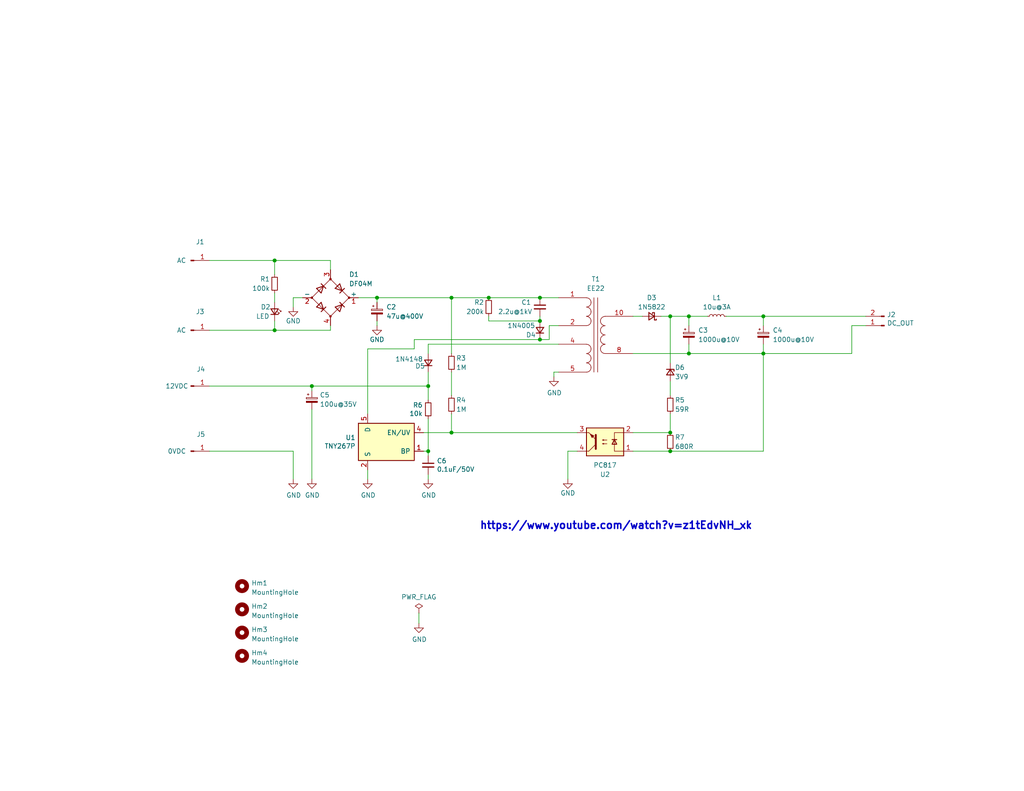
<source format=kicad_sch>
(kicad_sch (version 20211123) (generator eeschema)
  (paper "USLetter")
  (title_block (title "ACDC switching") (date "2020-08-26") (rev "1.0") (company "Cristóbal Cuevas Lagos"))
  (lib_symbols
    (symbol "Connector:Conn_01x01_Male" (pin_names (offset 1.016) hide)
      (property "Reference" "J" (at 0 2.54 0))
      (property "Value" "Conn_01x01_Male" (at 0 -2.54 0))
      (symbol "Conn_01x01_Male_1_1"
        (polyline (pts (xy 1.27 0) (xy 0.8636 0)) (stroke (width 0.1524)))
        (rectangle (start 0.8636 0.127) (end 0 -0.127) (stroke (width 0.1524)) (fill (type outline)))
        (pin passive line (at 5.08 0 180) (length 3.81) (name "Pin_1") (number "1"))
      )
    )
    (symbol "Connector:Conn_01x02_Male" (pin_names (offset 1.016) hide)
      (property "Reference" "J" (at 0 2.54 0))
      (property "Value" "Conn_01x02_Male" (at 0 -5.08 0))
      (symbol "Conn_01x02_Male_1_1"
        (polyline (pts (xy 1.27 -2.54) (xy 0.8636 -2.54)) (stroke (width 0.1524)))
        (polyline (pts (xy 1.27 0) (xy 0.8636 0)) (stroke (width 0.1524)))
        (rectangle (start 0.8636 -2.413) (end 0 -2.667) (stroke (width 0.1524)) (fill (type outline)))
        (rectangle (start 0.8636 0.127) (end 0 -0.127) (stroke (width 0.1524)) (fill (type outline)))
        (pin passive line (at 5.08 0 180) (length 3.81) (name "Pin_1") (number "1"))
        (pin passive line (at 5.08 -2.54 180) (length 3.81) (name "Pin_2") (number "2"))
      )
    )
    (symbol "Device:C_Polarized_Small" (pin_numbers hide) (pin_names (offset 0.254) hide)
      (property "Reference" "C" (at 0.254 1.778 0))
      (property "Value" "C_Polarized_Small" (at 0.254 -2.032 0))
      (symbol "C_Polarized_Small_0_1"
        (rectangle (start -1.524 -0.3048) (end 1.524 -0.6858) (fill (type outline)))
        (rectangle (start -1.524 0.6858) (end 1.524 0.3048))
        (polyline (pts (xy -1.27 1.524) (xy -0.762 1.524)))
        (polyline (pts (xy -1.016 1.27) (xy -1.016 1.778)))
      )
      (symbol "C_Polarized_Small_1_1"
        (pin passive line (at 0 2.54 270) (length 1.8542) (name "~") (number "1"))
        (pin passive line (at 0 -2.54 90) (length 1.8542) (name "~") (number "2"))
      )
    )
    (symbol "Device:C_Small" (pin_numbers hide) (pin_names (offset 0.254) hide)
      (property "Reference" "C" (at 0.254 1.778 0))
      (property "Value" "C_Small" (at 0.254 -2.032 0))
      (symbol "C_Small_0_1"
        (polyline (pts (xy -1.524 -0.508) (xy 1.524 -0.508)) (stroke (width 0.3302)))
        (polyline (pts (xy -1.524 0.508) (xy 1.524 0.508)) (stroke (width 0.3048)))
      )
      (symbol "C_Small_1_1"
        (pin passive line (at 0 2.54 270) (length 2.032) (name "~") (number "1"))
        (pin passive line (at 0 -2.54 90) (length 2.032) (name "~") (number "2"))
      )
    )
    (symbol "Device:D_Bridge_+-AA" (pin_names (offset 0))
      (property "Reference" "D" (at 2.54 6.985 0))
      (property "Value" "D_Bridge_+-AA" (at 2.54 5.08 0))
      (symbol "D_Bridge_+-AA_0_1"
        (circle (center -5.08 0) (radius 0.254) (fill (type outline)))
        (circle (center 0 -5.08) (radius 0.254) (fill (type outline)))
        (polyline (pts (xy -2.54 3.81) (xy -1.27 2.54)) (stroke (width 0.254)))
        (polyline (pts (xy -1.27 -2.54) (xy -2.54 -3.81)) (stroke (width 0.254)))
        (polyline (pts (xy 2.54 -1.27) (xy 3.81 -2.54)) (stroke (width 0.254)))
        (polyline (pts (xy 2.54 1.27) (xy 3.81 2.54)) (stroke (width 0.254)))
        (polyline (pts (xy -3.81 2.54) (xy -2.54 1.27) (xy -1.905 3.175) (xy -3.81 2.54)) (stroke (width 0.254)))
        (polyline (pts (xy -2.54 -1.27) (xy -3.81 -2.54) (xy -1.905 -3.175) (xy -2.54 -1.27)) (stroke (width 0.254)))
        (polyline (pts (xy 1.27 2.54) (xy 2.54 3.81) (xy 3.175 1.905) (xy 1.27 2.54)) (stroke (width 0.254)))
        (polyline (pts (xy 3.175 -1.905) (xy 1.27 -2.54) (xy 2.54 -3.81) (xy 3.175 -1.905)) (stroke (width 0.254)))
        (polyline (pts (xy -5.08 0) (xy 0 -5.08) (xy 5.08 0) (xy 0 5.08) (xy -5.08 0)))
        (circle (center 0 5.08) (radius 0.254) (fill (type outline)))
        (circle (center 5.08 0) (radius 0.254) (fill (type outline)))
      )
      (symbol "D_Bridge_+-AA_1_1"
        (pin passive line (at 7.62 0 180) (length 2.54) (name "+") (number "1"))
        (pin passive line (at -7.62 0 0) (length 2.54) (name "-") (number "2"))
        (pin passive line (at 0 7.62 270) (length 2.54) (name "~") (number "3"))
        (pin passive line (at 0 -7.62 90) (length 2.54) (name "~") (number "4"))
      )
    )
    (symbol "Device:D_Schottky_Small" (pin_numbers hide) (pin_names (offset 0.254) hide)
      (property "Reference" "D" (at -1.27 2.032 0))
      (property "Value" "D_Schottky_Small" (at -7.112 -2.032 0))
      (symbol "D_Schottky_Small_0_1"
        (polyline (pts (xy -0.762 0) (xy 0.762 0)))
        (polyline (pts (xy 0.762 -1.016) (xy -0.762 0) (xy 0.762 1.016) (xy 0.762 -1.016)) (stroke (width 0.254)))
        (polyline (pts (xy -1.27 0.762) (xy -1.27 1.016) (xy -0.762 1.016) (xy -0.762 -1.016) (xy -0.254 -1.016) (xy -0.254 -0.762)) (stroke (width 0.254)))
      )
      (symbol "D_Schottky_Small_1_1"
        (pin passive line (at -2.54 0 0) (length 1.778) (name "K") (number "1"))
        (pin passive line (at 2.54 0 180) (length 1.778) (name "A") (number "2"))
      )
    )
    (symbol "Device:D_Small" (pin_numbers hide) (pin_names (offset 0.254) hide)
      (property "Reference" "D" (at -1.27 2.032 0))
      (property "Value" "D_Small" (at -3.81 -2.032 0))
      (symbol "D_Small_0_1"
        (polyline (pts (xy -0.762 -1.016) (xy -0.762 1.016)) (stroke (width 0.254)))
        (polyline (pts (xy -0.762 0) (xy 0.762 0)))
        (polyline (pts (xy 0.762 -1.016) (xy -0.762 0) (xy 0.762 1.016) (xy 0.762 -1.016)) (stroke (width 0.254)))
      )
      (symbol "D_Small_1_1"
        (pin passive line (at -2.54 0 0) (length 1.778) (name "K") (number "1"))
        (pin passive line (at 2.54 0 180) (length 1.778) (name "A") (number "2"))
      )
    )
    (symbol "Device:D_Zener_Small" (pin_numbers hide) (pin_names (offset 0.254) hide)
      (property "Reference" "D" (at 0 2.286 0))
      (property "Value" "D_Zener_Small" (at 0 -2.286 0))
      (symbol "D_Zener_Small_0_1"
        (polyline (pts (xy 0.762 0) (xy -0.762 0)))
        (polyline (pts (xy -0.254 1.016) (xy -0.762 1.016) (xy -0.762 -1.016)) (stroke (width 0.254)))
        (polyline (pts (xy 0.762 1.016) (xy -0.762 0) (xy 0.762 -1.016) (xy 0.762 1.016)) (stroke (width 0.254)))
      )
      (symbol "D_Zener_Small_1_1"
        (pin passive line (at -2.54 0 0) (length 1.778) (name "K") (number "1"))
        (pin passive line (at 2.54 0 180) (length 1.778) (name "A") (number "2"))
      )
    )
    (symbol "Device:LED_Small" (pin_numbers hide) (pin_names (offset 0.254) hide)
      (property "Reference" "D" (at -1.27 3.175 0))
      (property "Value" "LED_Small" (at -4.445 -2.54 0))
      (symbol "LED_Small_0_1"
        (polyline (pts (xy -0.762 -1.016) (xy -0.762 1.016)) (stroke (width 0.254)))
        (polyline (pts (xy 1.016 0) (xy -0.762 0)))
        (polyline (pts (xy 0.762 -1.016) (xy -0.762 0) (xy 0.762 1.016) (xy 0.762 -1.016)) (stroke (width 0.254)))
        (polyline (pts (xy 0 0.762) (xy -0.508 1.27) (xy -0.254 1.27) (xy -0.508 1.27) (xy -0.508 1.016)))
        (polyline (pts (xy 0.508 1.27) (xy 0 1.778) (xy 0.254 1.778) (xy 0 1.778) (xy 0 1.524)))
      )
      (symbol "LED_Small_1_1"
        (pin passive line (at -2.54 0 0) (length 1.778) (name "K") (number "1"))
        (pin passive line (at 2.54 0 180) (length 1.778) (name "A") (number "2"))
      )
    )
    (symbol "Device:L_Small" (pin_numbers hide) (pin_names (offset 0.254) hide)
      (property "Reference" "L" (at 0.762 1.016 0))
      (property "Value" "L_Small" (at 0.762 -1.016 0))
      (symbol "L_Small_0_1"
        (arc (start 0 -2.032) (mid 0.508 -1.524) (end 0 -1.016))
        (arc (start 0 -1.016) (mid 0.508 -0.508) (end 0 0))
        (arc (start 0 0) (mid 0.508 0.508) (end 0 1.016))
        (arc (start 0 1.016) (mid 0.508 1.524) (end 0 2.032))
      )
      (symbol "L_Small_1_1"
        (pin passive line (at 0 2.54 270) (length 0.508) (name "~") (number "1"))
        (pin passive line (at 0 -2.54 90) (length 0.508) (name "~") (number "2"))
      )
    )
    (symbol "Device:R_Small" (pin_numbers hide) (pin_names (offset 0.254) hide)
      (property "Reference" "R" (at 0.762 0.508 0))
      (property "Value" "R_Small" (at 0.762 -1.016 0))
      (symbol "R_Small_0_1"
        (rectangle (start -0.762 1.778) (end 0.762 -1.778) (stroke (width 0.2032)))
      )
      (symbol "R_Small_1_1"
        (pin passive line (at 0 2.54 270) (length 0.762) (name "~") (number "1"))
        (pin passive line (at 0 -2.54 90) (length 0.762) (name "~") (number "2"))
      )
    )
    (symbol "Device:Transformer_1P_2S" (pin_names (offset 1.016) hide)
      (property "Reference" "T1" (at 3.81 13.97 0))
      (property "Value" "EE22" (at 3.81 11.43 0))
      (symbol "Transformer_1P_2S_0_1"
        (polyline (pts (xy 3.302 -11.43) (xy 3.302 8.89)))
        (polyline (pts (xy 4.318 8.89) (xy 4.318 -11.43)))
        (arc (start 1.27 -11.43) (mid 2.1644 -11.0617) (end 2.5146 -10.16))
        (arc (start 1.27 -8.89) (mid 2.1644 -8.5217) (end 2.5146 -7.62))
        (arc (start 1.27 -6.35) (mid 2.1644 -5.9817) (end 2.5146 -5.08))
        (arc (start 1.27 1.27) (mid 2.1644 1.6383) (end 2.5146 2.54))
        (arc (start 1.27 3.81) (mid 2.1644 4.1783) (end 2.5146 5.08))
        (arc (start 1.27 6.35) (mid 2.1644 6.7183) (end 2.5146 7.62))
        (arc (start 2.5146 -10.16) (mid 2.1501 -9.2799) (end 1.27 -8.9154))
        (arc (start 2.5146 -7.62) (mid 2.1501 -6.7399) (end 1.27 -6.3754))
        (arc (start 2.5146 -5.08) (mid 2.1501 -4.1999) (end 1.27 -3.8354))
        (arc (start 2.5146 2.54) (mid 2.1501 3.4201) (end 1.27 3.7846))
        (arc (start 2.5146 5.08) (mid 2.1501 5.9601) (end 1.27 6.3246))
        (arc (start 2.5146 7.62) (mid 2.1501 8.5001) (end 1.27 8.8646))
        (arc (start 5.08 -5.08) (mid 5.452 -5.978) (end 6.35 -6.35))
        (arc (start 5.08 -2.54) (mid 5.452 -3.438) (end 6.35 -3.81))
        (arc (start 5.08 0) (mid 5.452 -0.898) (end 6.35 -1.27))
        (arc (start 5.08 2.54) (mid 5.452 1.642) (end 6.35 1.27))
        (arc (start 6.35 -3.8354) (mid 5.4661 -4.2037) (end 5.08 -5.08))
        (arc (start 6.35 -1.2954) (mid 5.4661 -1.6637) (end 5.08 -2.54))
        (arc (start 6.35 1.2446) (mid 5.4661 0.8763) (end 5.08 0))
        (arc (start 6.35 3.7846) (mid 5.4661 3.4163) (end 5.08 2.54))
      )
      (symbol "Transformer_1P_2S_1_1"
        (pin passive line (at -6.35 8.89 0) (length 7.62) (name "SD") (number "1"))
        (pin passive line (at 13.97 3.81 180) (length 7.62) (name "AB") (number "10"))
        (pin passive line (at -6.35 1.27 0) (length 7.62) (name "SC") (number "2"))
        (pin passive line (at -6.35 -3.81 0) (length 7.62) (name "SB") (number "4"))
        (pin passive line (at -6.35 -11.43 0) (length 7.62) (name "SA") (number "5"))
        (pin passive line (at 13.97 -6.35 180) (length 7.62) (name "AA") (number "8"))
      )
    )
    (symbol "Isolator:PC817" (pin_names (offset 1.016))
      (property "Reference" "U" (at -5.08 5.08 0))
      (property "Value" "PC817" (at 0 5.08 0))
      (symbol "PC817_0_1"
        (rectangle (start -5.08 3.81) (end 5.08 -3.81) (stroke (width 0.254)) (fill (type background)))
        (polyline (pts (xy -3.175 -0.635) (xy -1.905 -0.635)) (stroke (width 0.254)))
        (polyline (pts (xy 2.54 0.635) (xy 4.445 2.54)))
        (polyline (pts (xy 4.445 -2.54) (xy 2.54 -0.635)) (fill (type outline)))
        (polyline (pts (xy 4.445 -2.54) (xy 5.08 -2.54)))
        (polyline (pts (xy 4.445 2.54) (xy 5.08 2.54)))
        (polyline (pts (xy -5.08 2.54) (xy -2.54 2.54) (xy -2.54 -0.635)))
        (polyline (pts (xy -2.54 -0.635) (xy -2.54 -2.54) (xy -5.08 -2.54)))
        (polyline (pts (xy 2.54 1.905) (xy 2.54 -1.905) (xy 2.54 -1.905)) (stroke (width 0.508)))
        (polyline (pts (xy -2.54 -0.635) (xy -3.175 0.635) (xy -1.905 0.635) (xy -2.54 -0.635)) (stroke (width 0.254)))
        (polyline (pts (xy -0.508 -0.508) (xy 0.762 -0.508) (xy 0.381 -0.635) (xy 0.381 -0.381) (xy 0.762 -0.508)))
        (polyline (pts (xy -0.508 0.508) (xy 0.762 0.508) (xy 0.381 0.381) (xy 0.381 0.635) (xy 0.762 0.508)))
        (polyline (pts (xy 3.048 -1.651) (xy 3.556 -1.143) (xy 4.064 -2.159) (xy 3.048 -1.651) (xy 3.048 -1.651)) (fill (type outline)))
      )
      (symbol "PC817_1_1"
        (pin passive line (at -7.62 2.54 0) (length 2.54) (name "~") (number "1"))
        (pin passive line (at -7.62 -2.54 0) (length 2.54) (name "~") (number "2"))
        (pin passive line (at 7.62 -2.54 180) (length 2.54) (name "~") (number "3"))
        (pin passive line (at 7.62 2.54 180) (length 2.54) (name "~") (number "4"))
      )
    )
    (symbol "Mechanical:MountingHole" (pin_names (offset 1.016))
      (property "Reference" "H" (at 0 5.08 0))
      (property "Value" "MountingHole" (at 0 3.175 0))
      (symbol "MountingHole_0_1"
        (circle (center 0 0) (radius 1.27) (stroke (width 1.27)))
      )
    )
    (symbol "Regulator_Switching:TNY267P" (pin_names (offset 1.016))
      (property "Reference" "U" (at 0 8.89 0))
      (property "Value" "TNY267P" (at 0 6.35 0))
      (symbol "TNY267P_0_1"
        (rectangle (start -7.62 5.08) (end 7.62 -5.08) (stroke (width 0.254)) (fill (type background)))
      )
      (symbol "TNY267P_1_1"
        (pin input line (at 10.16 -2.54 180) (length 2.54) (name "BP") (number "1"))
        (pin power_in line (at -5.08 -7.62 90) (length 2.54) (name "S") (number "2"))
        (pin passive line (at -5.08 -7.62 90) (length 2.54) hide (name "S") (number "3"))
        (pin input line (at 10.16 2.54 180) (length 2.54) (name "EN/UV") (number "4"))
        (pin open_collector line (at -5.08 7.62 270) (length 2.54) (name "D") (number "5"))
        (pin passive line (at -5.08 -7.62 90) (length 2.54) hide (name "S") (number "7"))
        (pin passive line (at -5.08 -7.62 90) (length 2.54) hide (name "S") (number "8"))
      )
    )
    (symbol "power:GND" (power) (pin_names (offset 0))
      (property "Value" "GND" (at 0 -3.81 0))
      (symbol "GND_0_1"
        (polyline (pts (xy 0 0) (xy 0 -1.27) (xy 1.27 -1.27) (xy 0 -2.54) (xy -1.27 -1.27) (xy 0 -1.27)))
      )
      (symbol "GND_1_1"
        (pin power_in line (at 0 0 270) (length 0) hide (name "GND") (number "1"))
      )
    )
    (symbol "power:PWR_FLAG" (power) (pin_numbers hide) (pin_names (offset 0) hide)
      (property "Value" "PWR_FLAG" (at 0 3.81 0))
      (symbol "PWR_FLAG_0_0"
        (pin power_out line (at 0 0 90) (length 0) (name "pwr") (number "1"))
      )
      (symbol "PWR_FLAG_0_1"
        (polyline (pts (xy 0 0) (xy 0 1.27) (xy -1.016 1.905) (xy 0 2.54) (xy 1.016 1.905) (xy 0 1.27)))
      )
    )
  )
  (junction (at 187.96 86.36))
  (junction (at 187.96 96.52))
  (junction (at 208.28 86.36))
  (junction (at 182.88 118.11))
  (junction (at 147.32 92.71))
  (junction (at 102.87 81.28))
  (junction (at 133.35 81.28))
  (junction (at 74.93 71.12))
  (junction (at 123.19 81.28))
  (junction (at 182.88 123.19))
  (junction (at 116.84 105.41))
  (junction (at 85.09 105.41))
  (junction (at 116.84 123.19))
  (junction (at 123.19 118.11))
  (junction (at 147.32 81.28))
  (junction (at 74.93 90.17))
  (junction (at 147.32 87.63))
  (junction (at 208.28 96.52))
  (junction (at 182.88 86.36))
  (wire (pts (xy 100.33 95.25) (xy 113.03 95.25)))
  (wire (pts (xy 157.48 123.19) (xy 154.94 123.19)))
  (wire (pts (xy 182.88 86.36) (xy 182.88 99.06)))
  (wire (pts (xy 172.72 118.11) (xy 182.88 118.11)))
  (wire (pts (xy 182.88 86.36) (xy 187.96 86.36)))
  (wire (pts (xy 57.15 105.41) (xy 85.09 105.41)))
  (wire (pts (xy 85.09 105.41) (xy 85.09 106.68)))
  (wire (pts (xy 208.28 96.52) (xy 208.28 123.19)))
  (wire (pts (xy 147.32 81.28) (xy 152.4 81.28)))
  (wire (pts (xy 74.93 71.12) (xy 90.17 71.12)))
  (wire (pts (xy 116.84 123.19) (xy 116.84 124.46)))
  (wire (pts (xy 116.84 101.6) (xy 116.84 105.41)))
  (wire (pts (xy 154.94 123.19) (xy 154.94 130.81)))
  (wire (pts (xy 147.32 92.71) (xy 149.86 92.71)))
  (wire (pts (xy 90.17 71.12) (xy 90.17 73.66)))
  (wire (pts (xy 102.87 81.28) (xy 123.19 81.28)))
  (wire (pts (xy 57.15 90.17) (xy 74.93 90.17)))
  (wire (pts (xy 114.3 167.386) (xy 114.3 170.18)))
  (wire (pts (xy 80.01 123.19) (xy 80.01 130.81)))
  (wire (pts (xy 149.86 92.71) (xy 149.86 88.9)))
  (wire (pts (xy 147.32 86.36) (xy 147.32 87.63)))
  (wire (pts (xy 133.35 81.28) (xy 147.32 81.28)))
  (wire (pts (xy 182.88 104.14) (xy 182.88 107.95)))
  (wire (pts (xy 208.28 123.19) (xy 182.88 123.19)))
  (wire (pts (xy 232.41 88.9) (xy 236.22 88.9)))
  (wire (pts (xy 116.84 93.98) (xy 116.84 96.52)))
  (wire (pts (xy 151.13 101.6) (xy 151.13 102.87)))
  (wire (pts (xy 100.33 113.03) (xy 100.33 95.25)))
  (wire (pts (xy 123.19 81.28) (xy 133.35 81.28)))
  (wire (pts (xy 208.28 93.98) (xy 208.28 96.52)))
  (wire (pts (xy 208.28 86.36) (xy 236.22 86.36)))
  (wire (pts (xy 74.93 90.17) (xy 90.17 90.17)))
  (wire (pts (xy 102.87 82.55) (xy 102.87 81.28)))
  (wire (pts (xy 115.57 123.19) (xy 116.84 123.19)))
  (wire (pts (xy 123.19 101.6) (xy 123.19 107.95)))
  (wire (pts (xy 187.96 86.36) (xy 193.04 86.36)))
  (wire (pts (xy 208.28 86.36) (xy 208.28 88.9)))
  (wire (pts (xy 172.72 123.19) (xy 182.88 123.19)))
  (wire (pts (xy 102.87 81.28) (xy 97.79 81.28)))
  (wire (pts (xy 115.57 118.11) (xy 123.19 118.11)))
  (wire (pts (xy 187.96 93.98) (xy 187.96 96.52)))
  (wire (pts (xy 74.93 80.01) (xy 74.93 82.55)))
  (wire (pts (xy 116.84 93.98) (xy 152.4 93.98)))
  (wire (pts (xy 172.72 86.36) (xy 175.26 86.36)))
  (wire (pts (xy 152.4 101.6) (xy 151.13 101.6)))
  (wire (pts (xy 123.19 113.03) (xy 123.19 118.11)))
  (wire (pts (xy 180.34 86.36) (xy 182.88 86.36)))
  (wire (pts (xy 80.01 81.28) (xy 82.55 81.28)))
  (wire (pts (xy 57.15 123.19) (xy 80.01 123.19)))
  (wire (pts (xy 113.03 92.71) (xy 147.32 92.71)))
  (wire (pts (xy 123.19 118.11) (xy 157.48 118.11)))
  (wire (pts (xy 172.72 96.52) (xy 187.96 96.52)))
  (wire (pts (xy 182.88 113.03) (xy 182.88 118.11)))
  (wire (pts (xy 208.28 96.52) (xy 232.41 96.52)))
  (wire (pts (xy 116.84 129.54) (xy 116.84 130.81)))
  (wire (pts (xy 116.84 105.41) (xy 116.84 109.22)))
  (wire (pts (xy 149.86 88.9) (xy 152.4 88.9)))
  (wire (pts (xy 187.96 96.52) (xy 208.28 96.52)))
  (wire (pts (xy 133.35 86.36) (xy 133.35 87.63)))
  (wire (pts (xy 80.01 83.82) (xy 80.01 81.28)))
  (wire (pts (xy 232.41 96.52) (xy 232.41 88.9)))
  (wire (pts (xy 85.09 105.41) (xy 116.84 105.41)))
  (wire (pts (xy 100.33 128.27) (xy 100.33 130.81)))
  (wire (pts (xy 113.03 95.25) (xy 113.03 92.71)))
  (wire (pts (xy 187.96 86.36) (xy 187.96 88.9)))
  (wire (pts (xy 198.12 86.36) (xy 208.28 86.36)))
  (wire (pts (xy 85.09 111.76) (xy 85.09 130.81)))
  (wire (pts (xy 74.93 87.63) (xy 74.93 90.17)))
  (wire (pts (xy 90.17 90.17) (xy 90.17 88.9)))
  (wire (pts (xy 133.35 87.63) (xy 147.32 87.63)))
  (wire (pts (xy 102.87 87.63) (xy 102.87 88.9)))
  (wire (pts (xy 123.19 96.52) (xy 123.19 81.28)))
  (wire (pts (xy 57.15 71.12) (xy 74.93 71.12)))
  (wire (pts (xy 116.84 114.3) (xy 116.84 123.19)))
  (wire (pts (xy 74.93 71.12) (xy 74.93 74.93)))
  (text "https://www.youtube.com/watch?v=z1tEdvNH_xk" (at 130.81 144.78 0) (effects (font (size 2.0066 2.0066) (thickness 0.4013) bold) (justify left bottom)))
  (symbol (lib_id "Device:D_Schottky_Small") (at 177.8 86.36 180) (unit 1)
    (property "Reference" "D3" (at 177.8 81.28 0))
    (property "Value" "1N5822" (at 177.8 83.82 0))
    (property "Footprint" "Diode_THT:D_DO-201AD_P15.24mm_Horizontal" (effects hide))
  )
  (symbol (lib_id "Regulator_Switching:TNY267P") (at 105.41 120.65 0) (unit 1)
    (property "Reference" "U1" (at 97.028 119.4816 0) (effects (justify right)))
    (property "Value" "TNY267P" (at 97.028 121.793 0) (effects (justify right)))
    (property "Footprint" "Package_DIP:PowerIntegrations_PDIP-8B" (effects hide))
    (property "Datasheet" "http://www.powerint.com/sites/default/files/product-docs/tny263_268.pdf" (effects hide))
  )
  (symbol (lib_id "Connector:Conn_01x02_Male") (at 241.3 88.9 180) (unit 1)
    (property "Reference" "J2" (at 242.0112 85.9028 0) (effects (justify right)))
    (property "Value" "DC_OUT" (at 242.0112 88.2142 0) (effects (justify right)))
    (property "Footprint" "Connector_Molex:Molex_KK-254_AE-6410-02A_1x02_P2.54mm_Vertical" (effects hide))
  )
  (symbol (lib_id "Connector:Conn_01x01_Male") (at 52.07 71.12 0) (unit 1)
    (property "Reference" "J1" (at 54.61 66.04 0))
    (property "Value" "AC" (at 49.53 71.12 0))
  )
  (symbol (lib_id "Device:Transformer_1P_2S") (at 158.75 90.17 0) (unit 1)
    (property "Reference" "T1" (at 162.56 76.2 0))
    (property "Value" "EE22" (at 162.56 78.74 0))
    (property "Footprint" "Transformer_THT:Transformer_Myrra_EF20_7408x" (effects hide))
  )
  (symbol (lib_id "Device:L_Small") (at 195.58 86.36 90) (unit 1)
    (property "Reference" "L1" (at 195.58 81.28 90))
    (property "Value" "10u@3A" (at 195.58 83.82 90))
    (property "Footprint" "Inductor_THT:L_Toroid_Vertical_L21.6mm_W9.1mm_P8.40mm_Bourns_5700" (effects hide))
  )
  (symbol (lib_id "Device:D_Bridge_+-AA") (at 90.17 81.28 0) (unit 1)
    (property "Reference" "D1" (at 95.25 74.93 0) (effects (justify left)))
    (property "Value" "DF04M" (at 95.25 77.47 0) (effects (justify left)))
    (property "Footprint" "Diode_THT:Diode_Bridge_DIP-4_W7.62mm_P5.08mm" (effects hide))
  )
  (symbol (lib_id "Connector:Conn_01x01_Male") (at 52.07 90.17 0) (unit 1)
    (property "Reference" "J3" (at 54.61 85.09 0))
    (property "Value" "AC" (at 49.53 90.17 0))
  )
  (symbol (lib_id "power:GND") (at 80.01 83.82 0) (unit 1)
    (property "Reference" "#PWR01" (effects hide))
    (property "Value" "GND" (at 80.01 87.63 0))
  )
  (symbol (lib_id "Device:LED_Small") (at 74.93 85.09 270) (mirror x) (unit 1)
    (property "Reference" "D2" (at 71.12 83.82 90) (effects (justify left)))
    (property "Value" "LED" (at 69.85 86.36 90) (effects (justify left)))
    (property "Footprint" "LED_THT:LED_D3.0mm" (effects hide))
  )
  (symbol (lib_id "Device:R_Small") (at 74.93 77.47 0) (mirror x) (unit 1)
    (property "Reference" "R1" (at 73.66 76.2 0) (effects (justify right)))
    (property "Value" "100k" (at 73.66 78.74 0) (effects (justify right)))
    (property "Footprint" "Resistor_THT:R_Axial_DIN0207_L6.3mm_D2.5mm_P10.16mm_Horizontal" (effects hide))
  )
  (symbol (lib_id "power:GND") (at 102.87 88.9 0) (unit 1)
    (property "Reference" "#PWR02" (effects hide))
    (property "Value" "GND" (at 102.87 92.71 0))
  )
  (symbol (lib_id "Device:R_Small") (at 133.35 83.82 0) (mirror x) (unit 1)
    (property "Reference" "R2" (at 132.08 82.55 0) (effects (justify right)))
    (property "Value" "200k" (at 132.08 85.09 0) (effects (justify right)))
    (property "Footprint" "Resistor_THT:R_Axial_DIN0207_L6.3mm_D2.5mm_P10.16mm_Horizontal" (effects hide))
  )
  (symbol (lib_id "Device:C_Small") (at 147.32 83.82 0) (unit 1)
    (property "Reference" "C1" (at 142.24 82.55 0) (effects (justify left)))
    (property "Value" "2.2u@1kV" (at 135.89 85.09 0) (effects (justify left)))
    (property "Footprint" "Capacitor_THT:C_Disc_D10.5mm_W5.0mm_P5.00mm" (effects hide))
  )
  (symbol (lib_id "Device:C_Small") (at 116.84 127 0) (unit 1)
    (property "Reference" "C6" (at 119.1768 125.8316 0) (effects (justify left)))
    (property "Value" "0.1uF/50V" (at 119.1768 128.143 0) (effects (justify left)))
    (property "Footprint" "Capacitor_THT:C_Rect_L7.2mm_W3.5mm_P5.00mm_FKS2_FKP2_MKS2_MKP2" (effects hide))
  )
  (symbol (lib_id "power:GND") (at 100.33 130.81 0) (unit 1)
    (property "Reference" "#PWR06" (effects hide))
    (property "Value" "GND" (at 100.457 135.2042 0))
  )
  (symbol (lib_id "power:GND") (at 116.84 130.81 0) (unit 1)
    (property "Reference" "#PWR07" (effects hide))
    (property "Value" "GND" (at 116.967 135.2042 0))
  )
  (symbol (lib_id "Device:R_Small") (at 116.84 111.76 0) (mirror x) (unit 1)
    (property "Reference" "R6" (at 115.3414 110.5916 0) (effects (justify right)))
    (property "Value" "10k" (at 115.3414 112.903 0) (effects (justify right)))
    (property "Footprint" "Resistor_THT:R_Axial_DIN0207_L6.3mm_D2.5mm_P10.16mm_Horizontal" (effects hide))
  )
  (symbol (lib_id "power:GND") (at 85.09 130.81 0) (unit 1)
    (property "Reference" "#PWR05" (effects hide))
    (property "Value" "GND" (at 85.217 135.2042 0))
  )
  (symbol (lib_id "Connector:Conn_01x01_Male") (at 52.07 105.41 0) (unit 1)
    (property "Reference" "J4" (at 54.8132 100.8126 0))
    (property "Value" "12VDC" (at 48.26 105.41 0))
    (property "Footprint" "TestPoint:TestPoint_Pad_D1.0mm" (effects hide))
  )
  (symbol (lib_id "Device:R_Small") (at 123.19 99.06 180) (unit 1)
    (property "Reference" "R3" (at 124.46 97.79 0) (effects (justify right)))
    (property "Value" "1M" (at 124.46 100.33 0) (effects (justify right)))
    (property "Footprint" "Resistor_THT:R_Axial_DIN0207_L6.3mm_D2.5mm_P10.16mm_Horizontal" (effects hide))
  )
  (symbol (lib_id "Device:R_Small") (at 123.19 110.49 180) (unit 1)
    (property "Reference" "R4" (at 124.46 109.22 0) (effects (justify right)))
    (property "Value" "1M" (at 124.46 111.76 0) (effects (justify right)))
    (property "Footprint" "Resistor_THT:R_Axial_DIN0207_L6.3mm_D2.5mm_P10.16mm_Horizontal" (effects hide))
  )
  (symbol (lib_id "Connector:Conn_01x01_Male") (at 52.07 123.19 0) (unit 1)
    (property "Reference" "J5" (at 54.8132 118.5926 0))
    (property "Value" "0VDC" (at 48.26 123.19 0))
    (property "Footprint" "TestPoint:TestPoint_Pad_D1.0mm" (effects hide))
  )
  (symbol (lib_id "power:GND") (at 80.01 130.81 0) (unit 1)
    (property "Reference" "#PWR04" (effects hide))
    (property "Value" "GND" (at 80.137 135.2042 0))
  )
  (symbol (lib_id "power:GND") (at 151.13 102.87 0) (unit 1)
    (property "Reference" "#PWR03" (effects hide))
    (property "Value" "GND" (at 151.257 107.2642 0))
  )
  (symbol (lib_id "power:GND") (at 154.94 130.81 0) (unit 1)
    (property "Reference" "#PWR08" (effects hide))
    (property "Value" "GND" (at 154.94 134.62 0))
  )
  (symbol (lib_id "Device:R_Small") (at 182.88 120.65 180) (unit 1)
    (property "Reference" "R7" (at 184.15 119.38 0) (effects (justify right)))
    (property "Value" "680R" (at 184.15 121.92 0) (effects (justify right)))
    (property "Footprint" "Resistor_THT:R_Axial_DIN0207_L6.3mm_D2.5mm_P10.16mm_Horizontal" (effects hide))
  )
  (symbol (lib_id "Device:R_Small") (at 182.88 110.49 180) (unit 1)
    (property "Reference" "R5" (at 184.15 109.22 0) (effects (justify right)))
    (property "Value" "59R" (at 184.15 111.76 0) (effects (justify right)))
    (property "Footprint" "Resistor_THT:R_Axial_DIN0207_L6.3mm_D2.5mm_P10.16mm_Horizontal" (effects hide))
  )
  (symbol (lib_id "Device:D_Small") (at 116.84 99.06 90) (unit 1)
    (property "Reference" "D5" (at 113.284 99.949 90) (effects (justify right)))
    (property "Value" "1N4148" (at 107.823 98.044 90) (effects (justify right)))
    (property "Footprint" "Diode_THT:D_DO-34_SOD68_P7.62mm_Horizontal" (effects hide))
  )
  (symbol (lib_id "Device:D_Small") (at 147.32 90.17 90) (unit 1)
    (property "Reference" "D4" (at 143.51 91.44 90) (effects (justify right)))
    (property "Value" "1N4005" (at 138.43 88.9 90) (effects (justify right)))
    (property "Footprint" "Diode_THT:D_DO-15_P12.70mm_Horizontal" (effects hide))
  )
  (symbol (lib_id "Device:D_Zener_Small") (at 182.88 101.6 270) (unit 1)
    (property "Reference" "D6" (at 184.15 100.33 90) (effects (justify left)))
    (property "Value" "3V9" (at 184.15 102.87 90) (effects (justify left)))
    (property "Footprint" "Diode_THT:D_DO-41_SOD81_P10.16mm_Horizontal" (effects hide))
  )
  (symbol (lib_id "power:PWR_FLAG") (at 114.3 167.386 0) (unit 1)
    (property "Reference" "#FLG01" (effects hide))
    (property "Value" "PWR_FLAG" (at 114.3 162.9918 0))
  )
  (symbol (lib_id "power:GND") (at 114.3 170.18 0) (unit 1)
    (property "Reference" "#PWR09" (effects hide))
    (property "Value" "GND" (at 114.427 174.5742 0))
  )
  (symbol (lib_id "Isolator:PC817") (at 165.1 120.65 180) (unit 1)
    (property "Reference" "U2" (at 165.1 129.54 0))
    (property "Value" "PC817" (at 165.1 127 0))
    (property "Footprint" "Package_DIP:DIP-4_W7.62mm" (effects hide))
    (property "Datasheet" "http://www.soselectronic.cz/a_info/resource/d/pc817.pdf" (effects hide))
  )
  (symbol (lib_id "Device:C_Polarized_Small") (at 102.87 85.09 0) (unit 1)
    (property "Reference" "C2" (at 105.41 83.82 0) (effects (justify left)))
    (property "Value" "47u@400V" (at 105.41 86.36 0) (effects (justify left)))
    (property "Footprint" "Capacitor_THT:CP_Radial_D10.0mm_P5.00mm" (effects hide))
  )
  (symbol (lib_id "Mechanical:MountingHole") (at 66.04 160.02 0) (unit 1)
    (property "Reference" "Hm1" (at 68.58 159.1853 0) (effects (justify left)))
    (property "Value" "MountingHole" (at 68.58 161.7222 0) (effects (justify left)))
    (property "Footprint" "MountingHole:MountingHole_3.2mm_M3" (effects hide))
  )
  (symbol (lib_id "Device:C_Polarized_Small") (at 85.09 109.22 0) (unit 1)
    (property "Reference" "C5" (at 87.249 107.8392 0) (effects (justify left)))
    (property "Value" "100u@35V" (at 87.249 110.3761 0) (effects (justify left)))
    (property "Footprint" "Capacitor_THT:CP_Radial_D10.0mm_P5.00mm" (effects hide))
  )
  (symbol (lib_id "Mechanical:MountingHole") (at 66.04 172.72 0) (unit 1)
    (property "Reference" "Hm3" (at 68.58 171.8853 0) (effects (justify left)))
    (property "Value" "MountingHole" (at 68.58 174.4222 0) (effects (justify left)))
    (property "Footprint" "MountingHole:MountingHole_3.2mm_M3" (effects hide))
  )
  (symbol (lib_id "Device:C_Polarized_Small") (at 208.28 91.44 0) (unit 1)
    (property "Reference" "C4" (at 210.82 90.17 0) (effects (justify left)))
    (property "Value" "1000u@10V" (at 210.82 92.71 0) (effects (justify left)))
    (property "Footprint" "Capacitor_THT:CP_Radial_D12.5mm_P5.00mm" (effects hide))
  )
  (symbol (lib_id "Device:C_Polarized_Small") (at 187.96 91.44 0) (unit 1)
    (property "Reference" "C3" (at 190.5 90.17 0) (effects (justify left)))
    (property "Value" "1000u@10V" (at 190.5 92.71 0) (effects (justify left)))
    (property "Footprint" "Capacitor_THT:CP_Radial_D12.5mm_P5.00mm" (effects hide))
  )
  (symbol (lib_id "Mechanical:MountingHole") (at 66.04 166.37 0) (unit 1)
    (property "Reference" "Hm2" (at 68.58 165.5353 0) (effects (justify left)))
    (property "Value" "MountingHole" (at 68.58 168.0722 0) (effects (justify left)))
    (property "Footprint" "MountingHole:MountingHole_3.2mm_M3" (effects hide))
  )
  (symbol (lib_id "Mechanical:MountingHole") (at 66.04 179.07 0) (unit 1)
    (property "Reference" "Hm4" (at 68.58 178.2353 0) (effects (justify left)))
    (property "Value" "MountingHole" (at 68.58 180.7722 0) (effects (justify left)))
    (property "Footprint" "MountingHole:MountingHole_3.2mm_M3" (effects hide))
  )
)
</source>
